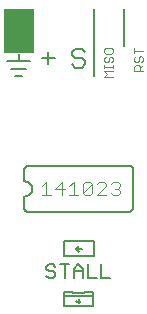
<source format=gto>
G75*
%MOIN*%
%OFA0B0*%
%FSLAX24Y24*%
%IPPOS*%
%LPD*%
%AMOC8*
5,1,8,0,0,1.08239X$1,22.5*
%
%ADD10C,0.0050*%
%ADD11C,0.0080*%
%ADD12R,0.1000X0.1500*%
%ADD13C,0.0030*%
%ADD14C,0.0070*%
%ADD15C,0.0040*%
D10*
X002767Y001275D02*
X002692Y001350D01*
X002767Y001275D02*
X002917Y001275D01*
X002992Y001350D01*
X002992Y001425D01*
X002917Y001500D01*
X002767Y001500D01*
X002692Y001575D01*
X002692Y001650D01*
X002767Y001725D01*
X002917Y001725D01*
X002992Y001650D01*
X003152Y001725D02*
X003452Y001725D01*
X003302Y001725D02*
X003302Y001275D01*
X003612Y001275D02*
X003612Y001575D01*
X003763Y001725D01*
X003913Y001575D01*
X003913Y001275D01*
X004073Y001275D02*
X004373Y001275D01*
X004533Y001275D02*
X004833Y001275D01*
X004533Y001275D02*
X004533Y001725D01*
X004267Y002000D02*
X003267Y002000D01*
X003267Y002500D01*
X004267Y002500D01*
X004267Y002000D01*
X004073Y001725D02*
X004073Y001275D01*
X003913Y001500D02*
X003612Y001500D01*
X003767Y002150D02*
X003667Y002250D01*
X003767Y002350D01*
X003867Y002250D02*
X003667Y002250D01*
X003530Y000815D02*
X003294Y000815D01*
X003284Y000657D01*
X004249Y000657D01*
X004249Y000343D01*
X003284Y000343D01*
X003284Y000657D01*
X003530Y000815D02*
X003609Y000756D01*
X003924Y000756D01*
X004003Y000815D01*
X004239Y000815D01*
X004249Y000657D01*
X003845Y000500D02*
X003767Y000421D01*
X003688Y000500D01*
X003767Y000579D02*
X003767Y000421D01*
D11*
X002097Y003484D02*
X005476Y003484D01*
X005476Y003483D02*
X005496Y003488D01*
X005515Y003496D01*
X005533Y003507D01*
X005549Y003520D01*
X005562Y003536D01*
X005573Y003553D01*
X005581Y003572D01*
X005586Y003592D01*
X005588Y003613D01*
X005587Y003634D01*
X005587Y004866D01*
X005585Y004889D01*
X005580Y004912D01*
X005571Y004934D01*
X005558Y004954D01*
X005543Y004972D01*
X005525Y004987D01*
X005505Y005000D01*
X005483Y005009D01*
X005460Y005014D01*
X005437Y005016D01*
X002097Y005016D01*
X002096Y005017D02*
X002072Y005012D01*
X002049Y005004D01*
X002028Y004993D01*
X002008Y004979D01*
X001990Y004962D01*
X001975Y004943D01*
X001962Y004922D01*
X001953Y004900D01*
X001947Y004876D01*
X001945Y004852D01*
X001946Y004827D01*
X001947Y004822D02*
X001947Y004490D01*
X001967Y004490D02*
X001997Y004488D01*
X002027Y004483D01*
X002056Y004474D01*
X002083Y004461D01*
X002109Y004446D01*
X002133Y004427D01*
X002154Y004406D01*
X002173Y004382D01*
X002188Y004356D01*
X002201Y004329D01*
X002210Y004300D01*
X002215Y004270D01*
X002217Y004240D01*
X002215Y004210D01*
X002210Y004180D01*
X002201Y004151D01*
X002188Y004124D01*
X002173Y004098D01*
X002154Y004074D01*
X002133Y004053D01*
X002109Y004034D01*
X002083Y004019D01*
X002056Y004006D01*
X002027Y003997D01*
X001997Y003992D01*
X001967Y003990D01*
X001947Y003990D02*
X001947Y003594D01*
X001946Y003594D02*
X001951Y003574D01*
X001959Y003555D01*
X001970Y003537D01*
X001983Y003521D01*
X001999Y003508D01*
X002016Y003497D01*
X002035Y003489D01*
X002055Y003484D01*
X002076Y003482D01*
X002097Y003483D01*
X001892Y008000D02*
X001642Y008000D01*
X001517Y008250D02*
X002017Y008250D01*
X002142Y008500D02*
X001767Y008500D01*
X001392Y008500D01*
X001767Y008500D02*
X001767Y008750D01*
X004267Y008000D02*
X004267Y010250D01*
X005267Y010250D02*
X005267Y009000D01*
D12*
X001767Y009500D03*
D13*
X004621Y008896D02*
X004621Y008799D01*
X004670Y008751D01*
X004863Y008751D01*
X004912Y008799D01*
X004912Y008896D01*
X004863Y008944D01*
X004670Y008944D01*
X004621Y008896D01*
X004670Y008650D02*
X004621Y008601D01*
X004621Y008504D01*
X004670Y008456D01*
X004718Y008456D01*
X004767Y008504D01*
X004767Y008601D01*
X004815Y008650D01*
X004863Y008650D01*
X004912Y008601D01*
X004912Y008504D01*
X004863Y008456D01*
X004912Y008356D02*
X004912Y008260D01*
X004912Y008308D02*
X004621Y008308D01*
X004621Y008260D02*
X004621Y008356D01*
X004621Y008158D02*
X004912Y008158D01*
X004912Y007965D02*
X004621Y007965D01*
X004718Y008062D01*
X004621Y008158D01*
X005621Y008165D02*
X005621Y008310D01*
X005670Y008358D01*
X005767Y008358D01*
X005815Y008310D01*
X005815Y008165D01*
X005912Y008165D02*
X005621Y008165D01*
X005815Y008262D02*
X005912Y008358D01*
X005863Y008460D02*
X005912Y008508D01*
X005912Y008605D01*
X005863Y008653D01*
X005815Y008653D01*
X005767Y008605D01*
X005767Y008508D01*
X005718Y008460D01*
X005670Y008460D01*
X005621Y008508D01*
X005621Y008605D01*
X005670Y008653D01*
X005621Y008754D02*
X005621Y008948D01*
X005621Y008851D02*
X005912Y008851D01*
D14*
X003972Y008810D02*
X003867Y008916D01*
X003657Y008916D01*
X003552Y008810D01*
X003552Y008705D01*
X003657Y008600D01*
X003867Y008600D01*
X003972Y008495D01*
X003972Y008390D01*
X003867Y008285D01*
X003657Y008285D01*
X003552Y008390D01*
X002972Y008600D02*
X002552Y008600D01*
X002762Y008810D02*
X002762Y008390D01*
D15*
X002690Y004480D02*
X002690Y004020D01*
X002537Y004020D02*
X002844Y004020D01*
X002997Y004250D02*
X003304Y004250D01*
X003457Y004327D02*
X003611Y004480D01*
X003611Y004020D01*
X003764Y004020D02*
X003457Y004020D01*
X003227Y004020D02*
X003227Y004480D01*
X002997Y004250D01*
X002690Y004480D02*
X002537Y004327D01*
X003918Y004404D02*
X003918Y004097D01*
X004225Y004404D01*
X004225Y004097D01*
X004148Y004020D01*
X003995Y004020D01*
X003918Y004097D01*
X003918Y004404D02*
X003995Y004480D01*
X004148Y004480D01*
X004225Y004404D01*
X004378Y004404D02*
X004455Y004480D01*
X004608Y004480D01*
X004685Y004404D01*
X004685Y004327D01*
X004378Y004020D01*
X004685Y004020D01*
X004839Y004097D02*
X004915Y004020D01*
X005069Y004020D01*
X005146Y004097D01*
X005146Y004173D01*
X005069Y004250D01*
X004992Y004250D01*
X005069Y004250D02*
X005146Y004327D01*
X005146Y004404D01*
X005069Y004480D01*
X004915Y004480D01*
X004839Y004404D01*
M02*

</source>
